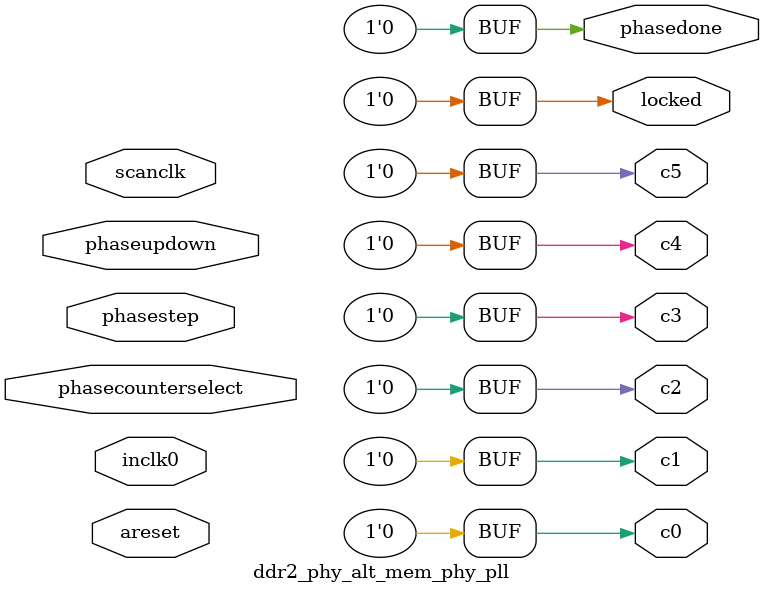
<source format=v>
module ddr2_phy_alt_mem_phy_pll(	// file.cleaned.mlir:2:3
  input        areset,	// file.cleaned.mlir:2:42
               inclk0,	// file.cleaned.mlir:2:59
  input  [3:0] phasecounterselect,	// file.cleaned.mlir:2:76
  input        phasestep,	// file.cleaned.mlir:2:105
               phaseupdown,	// file.cleaned.mlir:2:125
               scanclk,	// file.cleaned.mlir:2:147
  output       c0,	// file.cleaned.mlir:2:166
               c1,	// file.cleaned.mlir:2:179
               c2,	// file.cleaned.mlir:2:192
               c3,	// file.cleaned.mlir:2:205
               c4,	// file.cleaned.mlir:2:218
               c5,	// file.cleaned.mlir:2:231
               locked,	// file.cleaned.mlir:2:244
               phasedone	// file.cleaned.mlir:2:261
);

  assign c0 = 1'h0;	// file.cleaned.mlir:3:14, :4:5
  assign c1 = 1'h0;	// file.cleaned.mlir:3:14, :4:5
  assign c2 = 1'h0;	// file.cleaned.mlir:3:14, :4:5
  assign c3 = 1'h0;	// file.cleaned.mlir:3:14, :4:5
  assign c4 = 1'h0;	// file.cleaned.mlir:3:14, :4:5
  assign c5 = 1'h0;	// file.cleaned.mlir:3:14, :4:5
  assign locked = 1'h0;	// file.cleaned.mlir:3:14, :4:5
  assign phasedone = 1'h0;	// file.cleaned.mlir:3:14, :4:5
endmodule


</source>
